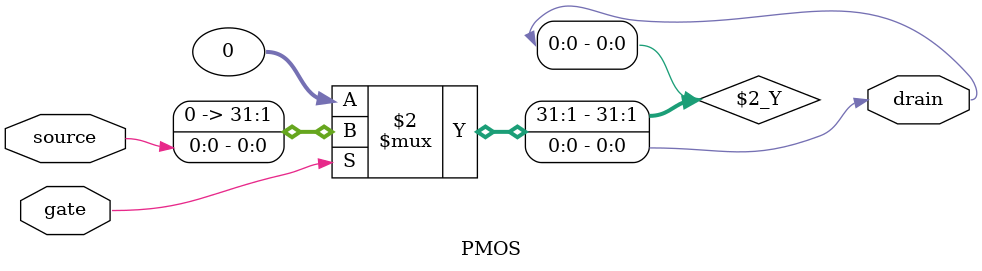
<source format=v>
module PMOS (
    input gate,
    input source,
	output drain
);

    assign drain = gate ? source : 0;

endmodule
</source>
